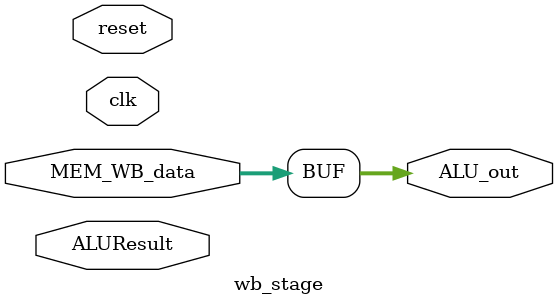
<source format=v>
module wb_stage (
    input wire clk,
    input wire reset,
    input wire [31:0] MEM_WB_data,
    input wire [31:0] ALUResult,
    output wire [31:0] ALU_out
);
    // Pasar el resultado de la ALU o el valor de memoria al banco de registros
    assign ALU_out = MEM_WB_data;
endmodule

</source>
